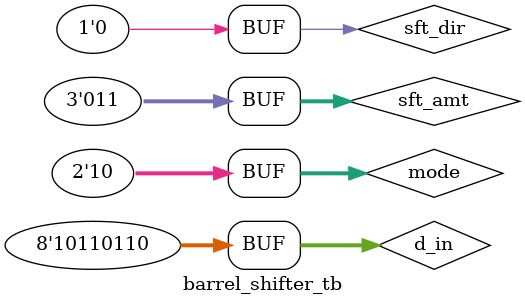
<source format=v>
module barrel_shifter_tb#(parameter N=8)();
	reg [N-1:0] d_in;
	reg [2:0] sft_amt;
	reg sft_dir;
	reg [1:0] mode;
	wire [N-1:0] dout;
	
	barrel_shifter DUT (.d_in(d_in),.sft_amt(sft_amt),.sft_dir(sft_dir),.mode(mode),.dout(dout));
	
	initial
	begin
		d_in=8'b10110110;
		sft_dir=1'b1;
		mode=2'b00;
		sft_amt=3'd3;
		#10
		d_in=8'b10110110;
		sft_dir=1'b0;
		mode=2'b00;
		sft_amt=3'd2;
		#10
		d_in=8'b10110110;
		sft_dir=1'b1;
		mode=2'b01;
		sft_amt=3'd3;
		#10
		d_in=8'b10110110;
		sft_dir=1'b0;
		mode=2'b01;
		sft_amt=3'd3;
		#10
		d_in=8'b10110110;
		sft_dir=1'b1;
		mode=2'b10;
		sft_amt=3'd3;
		#10
		
		d_in=8'b10110110;
		sft_dir=1'b0;
		mode=2'b10;
		sft_amt=3'd3;
		#10;
	end
	
	initial
		$monitor("d_in=%b,sft_amt=%b,sft_dir=%b,mode=%b,dout=%b",d_in,sft_amt,sft_dir,mode,dout);
		
endmodule

</source>
